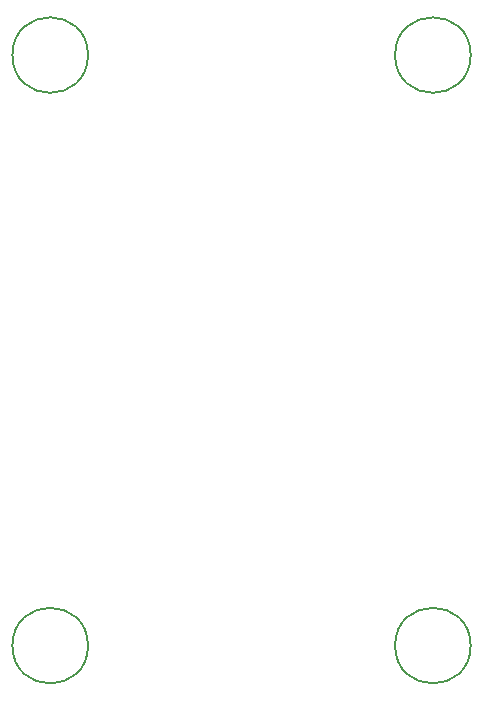
<source format=gbr>
%TF.GenerationSoftware,KiCad,Pcbnew,7.0.6*%
%TF.CreationDate,2024-02-11T15:29:09+09:00*%
%TF.ProjectId,PowerSupply_20240202,506f7765-7253-4757-9070-6c795f323032,rev?*%
%TF.SameCoordinates,Original*%
%TF.FileFunction,Other,Comment*%
%FSLAX46Y46*%
G04 Gerber Fmt 4.6, Leading zero omitted, Abs format (unit mm)*
G04 Created by KiCad (PCBNEW 7.0.6) date 2024-02-11 15:29:09*
%MOMM*%
%LPD*%
G01*
G04 APERTURE LIST*
%ADD10C,0.150000*%
G04 APERTURE END LIST*
D10*
%TO.C,REF\u002A\u002A*%
X162279500Y-111000000D02*
G75*
G03*
X162279500Y-111000000I-3200000J0D01*
G01*
X194679500Y-111000000D02*
G75*
G03*
X194679500Y-111000000I-3200000J0D01*
G01*
X194679500Y-61000000D02*
G75*
G03*
X194679500Y-61000000I-3200000J0D01*
G01*
X162279500Y-61000000D02*
G75*
G03*
X162279500Y-61000000I-3200000J0D01*
G01*
%TD*%
M02*

</source>
